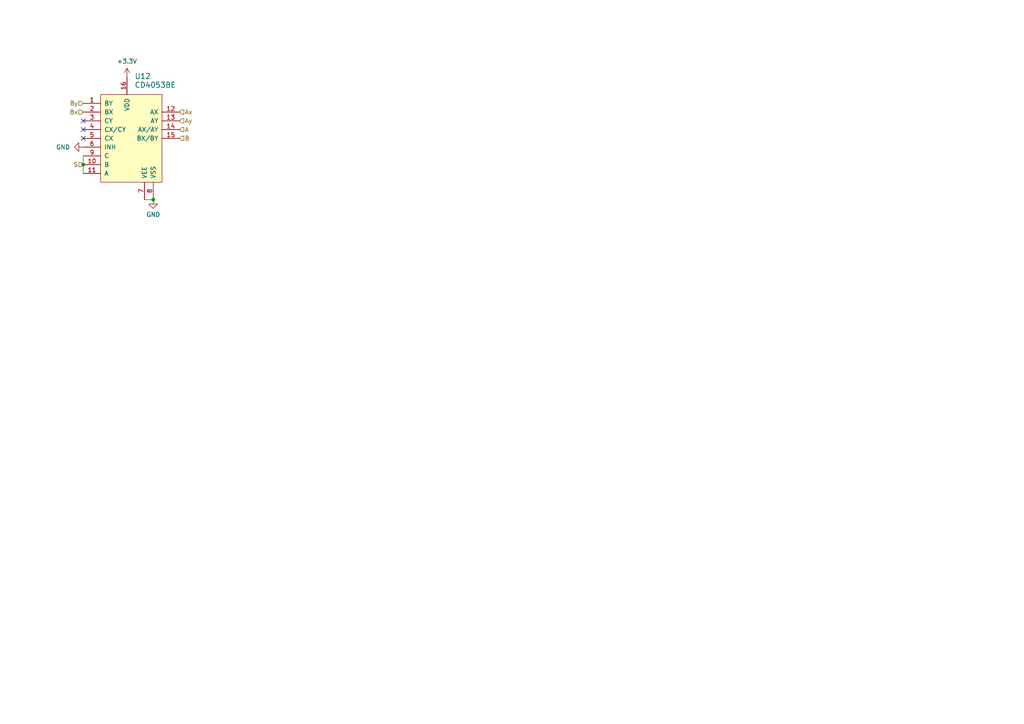
<source format=kicad_sch>
(kicad_sch (version 20230121) (generator eeschema)
  (paper "A4")
  (lib_symbols
    (symbol "dk_Interface-Analog-Switches-Multiplexers-Demultiplexers:CD4053BE" (pin_names (offset 1.016))
      (property "Reference" "U" (at -7.62 15.24 0))
      (property "Value" "CD4053BE" (at 17.78 -20.32 0))
      (symbol "CD4053BE_0_1"
        (rectangle (start -7.62 12.7) (end 10.16 -12.7) (fill (type background)))
      )
      (symbol "CD4053BE_1_1"
        (pin bidirectional line (at -12.7 10.16 0) (length 5.08) (name "BY") (number "1"))
        (pin input line (at -12.7 -7.62 0) (length 5.08) (name "B") (number "10"))
        (pin input line (at -12.7 -10.16 0) (length 5.08) (name "A") (number "11"))
        (pin bidirectional line (at 15.24 7.62 180) (length 5.08) (name "AX") (number "12"))
        (pin bidirectional line (at 15.24 5.08 180) (length 5.08) (name "AY") (number "13"))
        (pin bidirectional line (at 15.24 2.54 180) (length 5.08) (name "AX/AY") (number "14"))
        (pin bidirectional line (at 15.24 0 180) (length 5.08) (name "BX/BY") (number "15"))
        (pin power_in line (at 0 17.78 270) (length 5.08) (name "VDD") (number "16"))
        (pin bidirectional line (at -12.7 7.62 0) (length 5.08) (name "BX") (number "2"))
        (pin bidirectional line (at -12.7 5.08 0) (length 5.08) (name "CY") (number "3"))
        (pin bidirectional line (at -12.7 2.54 0) (length 5.08) (name "CX/CY") (number "4"))
        (pin bidirectional line (at -12.7 0 0) (length 5.08) (name "CX") (number "5"))
        (pin input line (at -12.7 -2.54 0) (length 5.08) (name "INH") (number "6"))
        (pin power_in line (at 5.08 -17.78 90) (length 5.08) (name "VEE") (number "7"))
        (pin power_in line (at 7.62 -17.78 90) (length 5.08) (name "VSS") (number "8"))
        (pin input line (at -12.7 -5.08 0) (length 5.08) (name "C") (number "9"))
      )
    )
    (symbol "power:+3.3V" (power) (pin_names (offset 0))
      (property "Value" "+3.3V" (at 0 3.556 0))
      (symbol "+3.3V_0_1"
        (polyline (pts (xy -0.762 1.27) (xy 0 2.54)))
        (polyline (pts (xy 0 0) (xy 0 2.54)))
        (polyline (pts (xy 0 2.54) (xy 0.762 1.27)))
      )
      (symbol "+3.3V_1_1"
        (pin power_in line (at 0 0 90) (length 0) hide (name "+3.3V") (number "1"))
      )
    )
    (symbol "power:GND" (power) (pin_names (offset 0))
      (property "Value" "GND" (at 0 -3.81 0))
      (symbol "GND_0_1"
        (polyline (pts (xy 0 0) (xy 0 -1.27) (xy 1.27 -1.27) (xy 0 -2.54) (xy -1.27 -1.27) (xy 0 -1.27)))
      )
      (symbol "GND_1_1"
        (pin power_in line (at 0 0 270) (length 0) hide (name "GND") (number "1"))
      )
    )
  )
  (junction (at 44.45 57.912))
  (junction (at 24.13 47.752))
  (no_connect (at 24.13 35.052))
  (no_connect (at 24.13 40.132))
  (no_connect (at 24.13 37.592))
  (wire (pts (xy 41.91 57.912) (xy 44.45 57.912)))
  (wire (pts (xy 24.13 45.212) (xy 24.13 47.752)))
  (wire (pts (xy 24.13 47.752) (xy 24.13 50.292)))
  (hierarchical_label "By" (shape input) (at 24.13 29.972 180))
  (hierarchical_label "B" (shape input) (at 52.07 40.132 0))
  (hierarchical_label "Ay" (shape input) (at 52.07 35.052 0))
  (hierarchical_label "A" (shape input) (at 52.07 37.592 0))
  (hierarchical_label "S" (shape input) (at 24.13 47.752 180))
  (hierarchical_label "Ax" (shape input) (at 52.07 32.512 0))
  (hierarchical_label "Bx" (shape input) (at 24.13 32.512 180))
  (symbol (lib_id "power:+3.3V") (at 36.83 22.352 0) (unit 1)
    (property "Reference" "#PWR037" (effects hide))
    (property "Value" "+3.3V" (at 36.83 17.78 0))
  )
  (symbol (lib_id "power:GND") (at 44.45 57.912 0) (unit 1)
    (property "Reference" "#PWR09" (effects hide))
    (property "Value" "GND" (at 44.45 62.23 0))
  )
  (symbol (lib_id "power:GND") (at 24.13 42.672 270) (unit 1)
    (property "Reference" "#PWR038" (effects hide))
    (property "Value" "GND" (at 20.32 42.672 90) (effects (justify right)))
  )
  (symbol (lib_id "dk_Interface-Analog-Switches-Multiplexers-Demultiplexers:CD4053BE") (at 36.83 40.132 0) (unit 1)
    (property "Reference" "U12" (at 39.0241 22.098 0) (effects (font (size 1.524 1.524)) (justify left)))
    (property "Value" "CD4053BE" (at 39.0241 24.638 0) (effects (font (size 1.524 1.524)) (justify left)))
    (property "Footprint" "digikey-footprints:DIP-16_W7.62mm" (effects hide))
    (property "Datasheet" "http://www.ti.com/general/docs/suppproductinfo.tsp?distId=10&gotoUrl=http%3A%2F%2Fwww.ti.com%2Flit%2Fgpn%2Fcd4051b" (effects hide))
    (property "Digi-Key_PN" "296-2059-ND" (effects hide))
    (property "MPN" "CD4053BE" (effects hide))
    (property "Category" "Integrated Circuits (ICs)" (effects hide))
    (property "Family" "Interface - Analog Switches, Multiplexers, Demultiplexers" (effects hide))
    (property "DK_Datasheet_Link" "http://www.ti.com/general/docs/suppproductinfo.tsp?distId=10&gotoUrl=http%3A%2F%2Fwww.ti.com%2Flit%2Fgpn%2Fcd4051b" (effects hide))
    (property "DK_Detail_Page" "/product-detail/en/texas-instruments/CD4053BE/296-2059-ND/67309" (effects hide))
    (property "Description" "IC MUX/DEMUX TRIPLE 2X1 16DIP" (effects hide))
    (property "Manufacturer" "Texas Instruments" (effects hide))
    (property "Status" "Active" (effects hide))
  )
)
</source>
